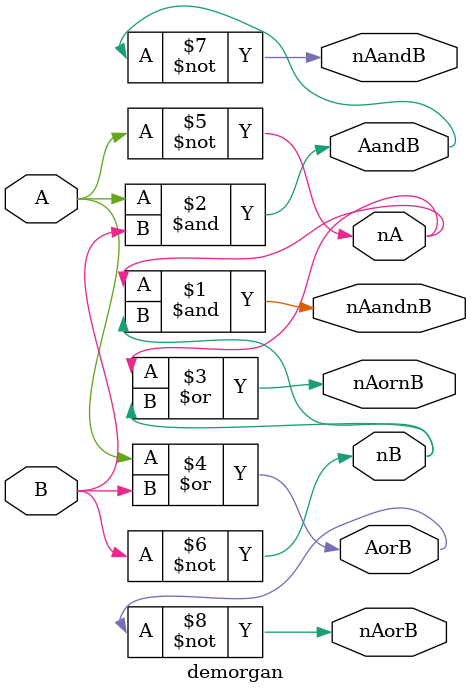
<source format=v>
module demorgan
(
  input  A,          // Single bit inputs
  input  B,
  output nA,         // Output intermediate complemented inputs
  output nB,
  output nAandnB,     // Single bit output, (~A)*(~B)

  output AandB,
  output nAandB,      // Single bit output, ~(A*B)

  output nAornB,      // Single bit output, (~A)+(~B)

  output AorB,
  output nAorB     // Single bit output, ~(A+B)
);

  wire nA;
  wire nB;
  wire AandB;
  wire AorB;

  not Ainv(nA, A);  	// Top inverter is named Ainv, takes signal A as input and produces signal nA
  not Binv(nB, B);

  and andgate(nAandnB, nA, nB); 	// AND gate produces nAandnB from nA and nB

  and andgate(AandB, A, B);		// AND gate produces AandB from A and B
  not Cinv(nAandB, AandB);		// End inverter named Cinv produces nAandB

  or orgate(nAornB, nA, nB); 		// OR gate produces nAornB from nA and nB
	
  or orgate(AorB, A, B);		// OR gate produces AorB from A and B	
  not Cinv(nAorB, AorB);		// Cinv produces nAorB by inverting AorB

endmodule

</source>
